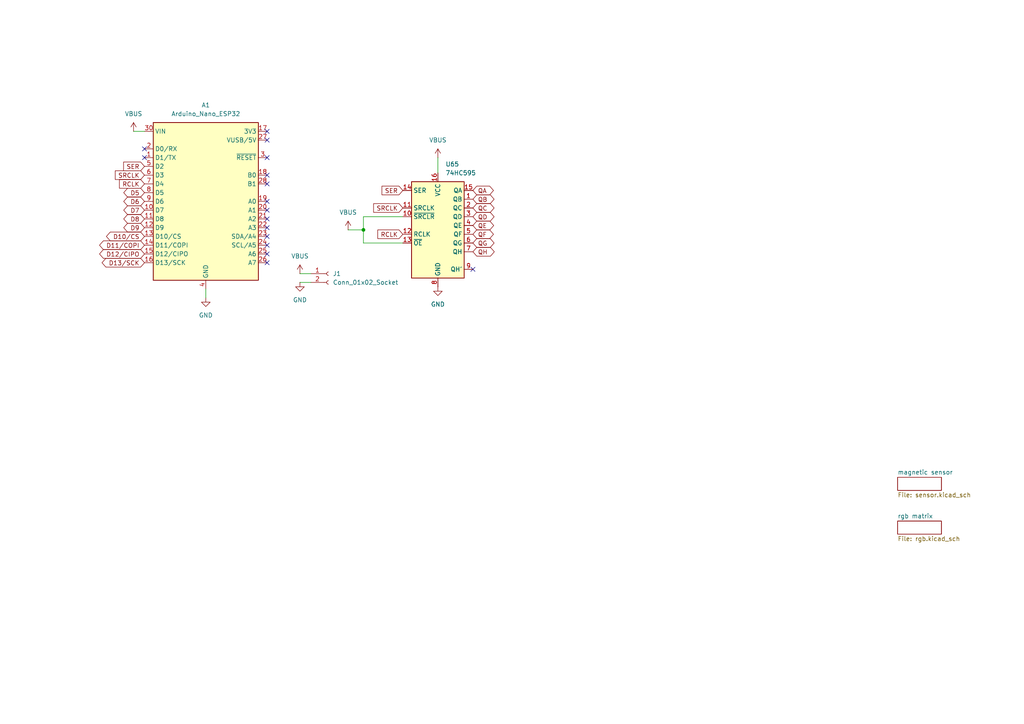
<source format=kicad_sch>
(kicad_sch (version 20250114) (generator "eeschema") (generator_version "9.0")
  (paper "A4")
  (lib_symbols
    (symbol "74xx:74HC595"
      (property "Reference" "U" (at -7.62 13.97 0))
      (property "Value" "74HC595" (at -7.62 -16.51 0))
      (symbol "74HC595_1_0"
        (pin input line (at -10.16 10.16 0) (length 2.54) (name "SER") (number "14"))
        (pin input line (at -10.16 5.08 0) (length 2.54) (name "SRCLK") (number "11"))
        (pin input line (at -10.16 2.54 0) (length 2.54) (name "~{SRCLR}") (number "10"))
        (pin input line (at -10.16 -2.54 0) (length 2.54) (name "RCLK") (number "12"))
        (pin input line (at -10.16 -5.08 0) (length 2.54) (name "~{OE}") (number "13"))
        (pin power_in line (at 0 15.24 270) (length 2.54) (name "VCC") (number "16"))
        (pin power_in line (at 0 -17.78 90) (length 2.54) (name "GND") (number "8"))
        (pin tri_state line (at 10.16 10.16 180) (length 2.54) (name "QA") (number "15"))
        (pin tri_state line (at 10.16 7.62 180) (length 2.54) (name "QB") (number "1"))
        (pin tri_state line (at 10.16 5.08 180) (length 2.54) (name "QC") (number "2"))
        (pin tri_state line (at 10.16 2.54 180) (length 2.54) (name "QD") (number "3"))
        (pin tri_state line (at 10.16 0 180) (length 2.54) (name "QE") (number "4"))
        (pin tri_state line (at 10.16 -2.54 180) (length 2.54) (name "QF") (number "5"))
        (pin tri_state line (at 10.16 -5.08 180) (length 2.54) (name "QG") (number "6"))
        (pin tri_state line (at 10.16 -7.62 180) (length 2.54) (name "QH") (number "7"))
        (pin output line (at 10.16 -12.7 180) (length 2.54) (name "QH'") (number "9"))
      )
      (symbol "74HC595_1_1"
        (rectangle (start -7.62 12.7) (end 7.62 -15.24) (stroke (width 0.254)) (fill (type background)))
      )
    )
    (symbol "Connector:Conn_01x02_Socket" (pin_names (offset 1.016) (hide yes))
      (property "Reference" "J" (at 0 2.54 0))
      (property "Value" "Conn_01x02_Socket" (at 0 -5.08 0))
      (symbol "Conn_01x02_Socket_1_1"
        (polyline (pts (xy -1.27 0) (xy -0.508 0)) (stroke (width 0.1524)))
        (polyline (pts (xy -1.27 -2.54) (xy -0.508 -2.54)) (stroke (width 0.1524)))
        (arc (start 0 -0.508) (mid -0.5058 0) (end 0 0.508) (stroke (width 0.1524)))
        (arc (start 0 -3.048) (mid -0.5058 -2.54) (end 0 -2.032) (stroke (width 0.1524)))
        (pin passive line (at -5.08 0 0) (length 3.81) (name "Pin_1") (number "1"))
        (pin passive line (at -5.08 -2.54 0) (length 3.81) (name "Pin_2") (number "2"))
      )
    )
    (symbol "MCU_Module:Arduino_Nano_ESP32"
      (property "Reference" "A" (at -14.986 23.622 0))
      (property "Value" "Arduino_Nano_ESP32" (at 3.81 -25.654 0))
      (symbol "Arduino_Nano_ESP32_0_1"
        (rectangle (start -15.24 22.86) (end 15.24 -22.86) (stroke (width 0.254)) (fill (type background)))
      )
      (symbol "Arduino_Nano_ESP32_1_1"
        (pin power_in line (at -17.78 20.32 0) (length 2.54) (name "VIN") (number "30"))
        (pin bidirectional line (at -17.78 15.24 0) (length 2.54) (name "D0/RX") (number "2"))
        (pin bidirectional line (at -17.78 12.7 0) (length 2.54) (name "D1/TX") (number "1"))
        (pin bidirectional line (at -17.78 10.16 0) (length 2.54) (name "D2") (number "5"))
        (pin bidirectional line (at -17.78 7.62 0) (length 2.54) (name "D3") (number "6"))
        (pin bidirectional line (at -17.78 5.08 0) (length 2.54) (name "D4") (number "7"))
        (pin bidirectional line (at -17.78 2.54 0) (length 2.54) (name "D5") (number "8"))
        (pin bidirectional line (at -17.78 0 0) (length 2.54) (name "D6") (number "9"))
        (pin bidirectional line (at -17.78 -2.54 0) (length 2.54) (name "D7") (number "10"))
        (pin bidirectional line (at -17.78 -5.08 0) (length 2.54) (name "D8") (number "11"))
        (pin bidirectional line (at -17.78 -7.62 0) (length 2.54) (name "D9") (number "12"))
        (pin bidirectional line (at -17.78 -10.16 0) (length 2.54) (name "D10/CS") (number "13"))
        (pin bidirectional line (at -17.78 -12.7 0) (length 2.54) (name "D11/COPI") (number "14"))
        (pin bidirectional line (at -17.78 -15.24 0) (length 2.54) (name "D12/CIPO") (number "15"))
        (pin bidirectional line (at -17.78 -17.78 0) (length 2.54) (name "D13/SCK") (number "16"))
        (pin passive line (at 0 -25.4 90) (length 2.54) (hide yes) (name "GND") (number "29"))
        (pin power_in line (at 0 -25.4 90) (length 2.54) (name "GND") (number "4"))
        (pin power_out line (at 17.78 20.32 180) (length 2.54) (name "3V3") (number "17"))
        (pin power_out line (at 17.78 17.78 180) (length 2.54) (name "VUSB/5V") (number "27"))
        (pin input line (at 17.78 12.7 180) (length 2.54) (name "~{RESET}") (number "3"))
        (pin bidirectional line (at 17.78 7.62 180) (length 2.54) (name "B0") (number "18"))
        (pin bidirectional line (at 17.78 5.08 180) (length 2.54) (name "B1") (number "28"))
        (pin bidirectional line (at 17.78 0 180) (length 2.54) (name "A0") (number "19"))
        (pin bidirectional line (at 17.78 -2.54 180) (length 2.54) (name "A1") (number "20"))
        (pin bidirectional line (at 17.78 -5.08 180) (length 2.54) (name "A2") (number "21"))
        (pin bidirectional line (at 17.78 -7.62 180) (length 2.54) (name "A3") (number "22"))
        (pin bidirectional line (at 17.78 -10.16 180) (length 2.54) (name "SDA/A4") (number "23"))
        (pin bidirectional line (at 17.78 -12.7 180) (length 2.54) (name "SCL/A5") (number "24"))
        (pin bidirectional line (at 17.78 -15.24 180) (length 2.54) (name "A6") (number "25"))
        (pin bidirectional line (at 17.78 -17.78 180) (length 2.54) (name "A7") (number "26"))
      )
    )
    (symbol "power:GND" (power) (pin_numbers (hide yes)) (pin_names (offset 0) (hide yes))
      (property "Value" "GND" (at 0 -3.81 0))
      (symbol "GND_0_1"
        (polyline (pts (xy 0 0) (xy 0 -1.27) (xy 1.27 -1.27) (xy 0 -2.54) (xy -1.27 -1.27) (xy 0 -1.27)))
      )
      (symbol "GND_1_1"
        (pin power_in line (at 0 0 270) (length 0) (name "~") (number "1"))
      )
    )
    (symbol "power:VBUS" (power) (pin_numbers (hide yes)) (pin_names (offset 0) (hide yes))
      (property "Value" "VBUS" (at 0 3.556 0))
      (symbol "VBUS_0_1"
        (polyline (pts (xy -0.762 1.27) (xy 0 2.54)))
        (polyline (pts (xy 0 2.54) (xy 0.762 1.27)))
        (polyline (pts (xy 0 0) (xy 0 2.54)))
      )
      (symbol "VBUS_1_1"
        (pin power_in line (at 0 0 90) (length 0) (name "~") (number "1"))
      )
    )
  )
  (junction (at 105.41 66.675))
  (no_connect (at 77.47 40.64))
  (no_connect (at 77.47 45.72))
  (no_connect (at 41.91 43.18))
  (no_connect (at 41.91 45.72))
  (no_connect (at 137.16 78.105))
  (no_connect (at 77.47 58.42))
  (no_connect (at 77.47 63.5))
  (no_connect (at 77.47 68.58))
  (no_connect (at 77.47 53.34))
  (no_connect (at 77.47 38.1))
  (no_connect (at 77.47 76.2))
  (no_connect (at 77.47 50.8))
  (no_connect (at 77.47 73.66))
  (no_connect (at 77.47 66.04))
  (no_connect (at 77.47 60.96))
  (no_connect (at 77.47 71.12))
  (wire (pts (xy 116.84 62.865) (xy 105.41 62.865)))
  (wire (pts (xy 127 45.72) (xy 127 50.165)))
  (wire (pts (xy 105.41 62.865) (xy 105.41 66.675)))
  (wire (pts (xy 86.995 79.375) (xy 90.17 79.375)))
  (wire (pts (xy 100.965 66.675) (xy 105.41 66.675)))
  (wire (pts (xy 86.995 81.915) (xy 90.17 81.915)))
  (wire (pts (xy 38.735 38.1) (xy 41.91 38.1)))
  (wire (pts (xy 59.69 83.82) (xy 59.69 86.36)))
  (wire (pts (xy 105.41 70.485) (xy 105.41 66.675)))
  (wire (pts (xy 116.84 70.485) (xy 105.41 70.485)))
  (global_label "D13/SCK" (shape bidirectional) (at 41.91 76.2 180) (property "Intersheetrefs" "${INTERSHEET_REFS}" (effects (hide yes))))
  (global_label "SRCLK" (shape input) (at 41.91 50.8 180) (property "Intersheetrefs" "${INTERSHEET_REFS}" (effects (hide yes))))
  (global_label "QB" (shape tri_state) (at 137.16 57.785 0) (property "Intersheetrefs" "${INTERSHEET_REFS}" (effects (hide yes))))
  (global_label "D12/CIPO" (shape bidirectional) (at 41.91 73.66 180) (property "Intersheetrefs" "${INTERSHEET_REFS}" (effects (hide yes))))
  (global_label "D9" (shape bidirectional) (at 41.91 66.04 180) (property "Intersheetrefs" "${INTERSHEET_REFS}" (effects (hide yes))))
  (global_label "D6" (shape bidirectional) (at 41.91 58.42 180) (property "Intersheetrefs" "${INTERSHEET_REFS}" (effects (hide yes))))
  (global_label "D7" (shape bidirectional) (at 41.91 60.96 180) (property "Intersheetrefs" "${INTERSHEET_REFS}" (effects (hide yes))))
  (global_label "D10/CS" (shape bidirectional) (at 41.91 68.58 180) (property "Intersheetrefs" "${INTERSHEET_REFS}" (effects (hide yes))))
  (global_label "RCLK" (shape input) (at 116.84 67.945 180) (property "Intersheetrefs" "${INTERSHEET_REFS}" (effects (hide yes))))
  (global_label "RCLK" (shape input) (at 41.91 53.34 180) (property "Intersheetrefs" "${INTERSHEET_REFS}" (effects (hide yes))))
  (global_label "SER" (shape input) (at 41.91 48.26 180) (property "Intersheetrefs" "${INTERSHEET_REFS}" (effects (hide yes))))
  (global_label "QA" (shape tri_state) (at 137.16 55.245 0) (property "Intersheetrefs" "${INTERSHEET_REFS}" (effects (hide yes))))
  (global_label "QD" (shape tri_state) (at 137.16 62.865 0) (property "Intersheetrefs" "${INTERSHEET_REFS}" (effects (hide yes))))
  (global_label "SRCLK" (shape input) (at 116.84 60.325 180) (property "Intersheetrefs" "${INTERSHEET_REFS}" (effects (hide yes))))
  (global_label "QH" (shape tri_state) (at 137.16 73.025 0) (property "Intersheetrefs" "${INTERSHEET_REFS}" (effects (hide yes))))
  (global_label "QC" (shape tri_state) (at 137.16 60.325 0) (property "Intersheetrefs" "${INTERSHEET_REFS}" (effects (hide yes))))
  (global_label "QF" (shape tri_state) (at 137.16 67.945 0) (property "Intersheetrefs" "${INTERSHEET_REFS}" (effects (hide yes))))
  (global_label "QG" (shape tri_state) (at 137.16 70.485 0) (property "Intersheetrefs" "${INTERSHEET_REFS}" (effects (hide yes))))
  (global_label "QE" (shape tri_state) (at 137.16 65.405 0) (property "Intersheetrefs" "${INTERSHEET_REFS}" (effects (hide yes))))
  (global_label "D11/COPI" (shape bidirectional) (at 41.91 71.12 180) (property "Intersheetrefs" "${INTERSHEET_REFS}" (effects (hide yes))))
  (global_label "D5" (shape bidirectional) (at 41.91 55.88 180) (property "Intersheetrefs" "${INTERSHEET_REFS}" (effects (hide yes))))
  (global_label "D8" (shape bidirectional) (at 41.91 63.5 180) (property "Intersheetrefs" "${INTERSHEET_REFS}" (effects (hide yes))))
  (global_label "SER" (shape input) (at 116.84 55.245 180) (property "Intersheetrefs" "${INTERSHEET_REFS}" (effects (hide yes))))
  (symbol (lib_id "74xx:74HC595") (at 127 65.405 0) (unit 1)
    (property "Reference" "U65" (at 129.1941 47.625 0) (effects (justify left)))
    (property "Value" "74HC595" (at 129.1941 50.165 0) (effects (justify left)))
    (property "Footprint" "Package_DIP:DIP-16_W7.62mm" (effects (hide yes)))
    (property "Datasheet" "http://www.ti.com/lit/ds/symlink/sn74hc595.pdf" (effects (hide yes)))
    (property "Description" "8-bit serial in/out Shift Register 3-State Outputs" (effects (hide yes)))
  )
  (symbol (lib_id "Connector:Conn_01x02_Socket") (at 95.25 79.375 0) (unit 1)
    (property "Reference" "J1" (at 96.52 79.3749 0) (effects (justify left)))
    (property "Value" "Conn_01x02_Socket" (at 96.52 81.9149 0) (effects (justify left)))
    (property "Footprint" "Connector_Hirose:Hirose_DF63R-2P-3.96DSA_1x02_P3.96mm_Vertical" (effects (hide yes)))
    (property "Description" "Generic connector, single row, 01x02, script generated" (effects (hide yes)))
  )
  (symbol (lib_id "power:VBUS") (at 86.995 79.375 0) (unit 1)
    (property "Reference" "#PWR79" (effects (hide yes)))
    (property "Value" "VBUS" (at 86.995 74.295 0))
    (property "Description" "Power symbol creates a global label with name \"VBUS\"" (effects (hide yes)))
  )
  (symbol (lib_id "power:VBUS") (at 127 45.72 0) (unit 1)
    (property "Reference" "#PWR77" (effects (hide yes)))
    (property "Value" "VBUS" (at 127 40.64 0))
    (property "Description" "Power symbol creates a global label with name \"VBUS\"" (effects (hide yes)))
  )
  (symbol (lib_id "power:GND") (at 127 83.185 0) (unit 1)
    (property "Reference" "#PWR75" (effects (hide yes)))
    (property "Value" "GND" (at 127 88.265 0))
    (property "Description" "Power symbol creates a global label with name \"GND\" , ground" (effects (hide yes)))
  )
  (symbol (lib_id "power:VBUS") (at 100.965 66.675 0) (unit 1)
    (property "Reference" "#PWR76" (effects (hide yes)))
    (property "Value" "VBUS" (at 100.965 61.595 0))
    (property "Description" "Power symbol creates a global label with name \"VBUS\"" (effects (hide yes)))
  )
  (symbol (lib_id "power:GND") (at 86.995 81.915 0) (unit 1)
    (property "Reference" "#PWR80" (effects (hide yes)))
    (property "Value" "GND" (at 86.995 86.995 0))
    (property "Description" "Power symbol creates a global label with name \"GND\" , ground" (effects (hide yes)))
  )
  (symbol (lib_id "power:VBUS") (at 38.735 38.1 0) (unit 1)
    (property "Reference" "#PWR6" (effects (hide yes)))
    (property "Value" "VBUS" (at 38.735 33.02 0))
    (property "Description" "Power symbol creates a global label with name \"VBUS\"" (effects (hide yes)))
  )
  (symbol (lib_id "power:GND") (at 59.69 86.36 0) (unit 1)
    (property "Reference" "#PWR5" (effects (hide yes)))
    (property "Value" "GND" (at 59.69 91.44 0))
    (property "Description" "Power symbol creates a global label with name \"GND\" , ground" (effects (hide yes)))
  )
  (symbol (lib_id "MCU_Module:Arduino_Nano_ESP32") (at 59.69 58.42 0) (unit 1)
    (property "Reference" "A1" (at 59.69 30.48 0))
    (property "Value" "Arduino_Nano_ESP32" (at 59.69 33.02 0))
    (property "Footprint" "Module:Arduino_Nano" (effects (hide yes)))
    (property "Datasheet" "https://docs.arduino.cc/resources/datasheets/ABX00083-datasheet.pdf" (effects (hide yes)))
    (property "Description" "Arduino Nano board based on the ESP32-S3 with a dual-core 240 MHz processor, 384 kB ROM, 512 kB SRAM. Operates at 3.3V, with 5V USB-C® input and 6-21V VIN. Features Wi-Fi®, Bluetooth® LE, digital and analog pins, and supports SPI, I2C, UART, I2S, and CAN." (effects (hide yes)))
  )
  (sheet (at 260.35 138.43) (size 12.7 3.81) (stroke (width 0.1524))
    (property "Sheetname" "magnetic sensor" (at 260.35 137.7184 0) (effects (justify left bottom)))
    (property "Sheetfile" "sensor.kicad_sch" (at 260.35 142.8246 0) (effects (justify left top)))
  )
  (sheet (at 260.35 151.13) (size 12.7 3.81) (stroke (width 0.1524))
    (property "Sheetname" "rgb matrix" (at 260.35 150.4184 0) (effects (justify left bottom)))
    (property "Sheetfile" "rgb.kicad_sch" (at 260.35 155.5246 0) (effects (justify left top)))
  )
)
</source>
